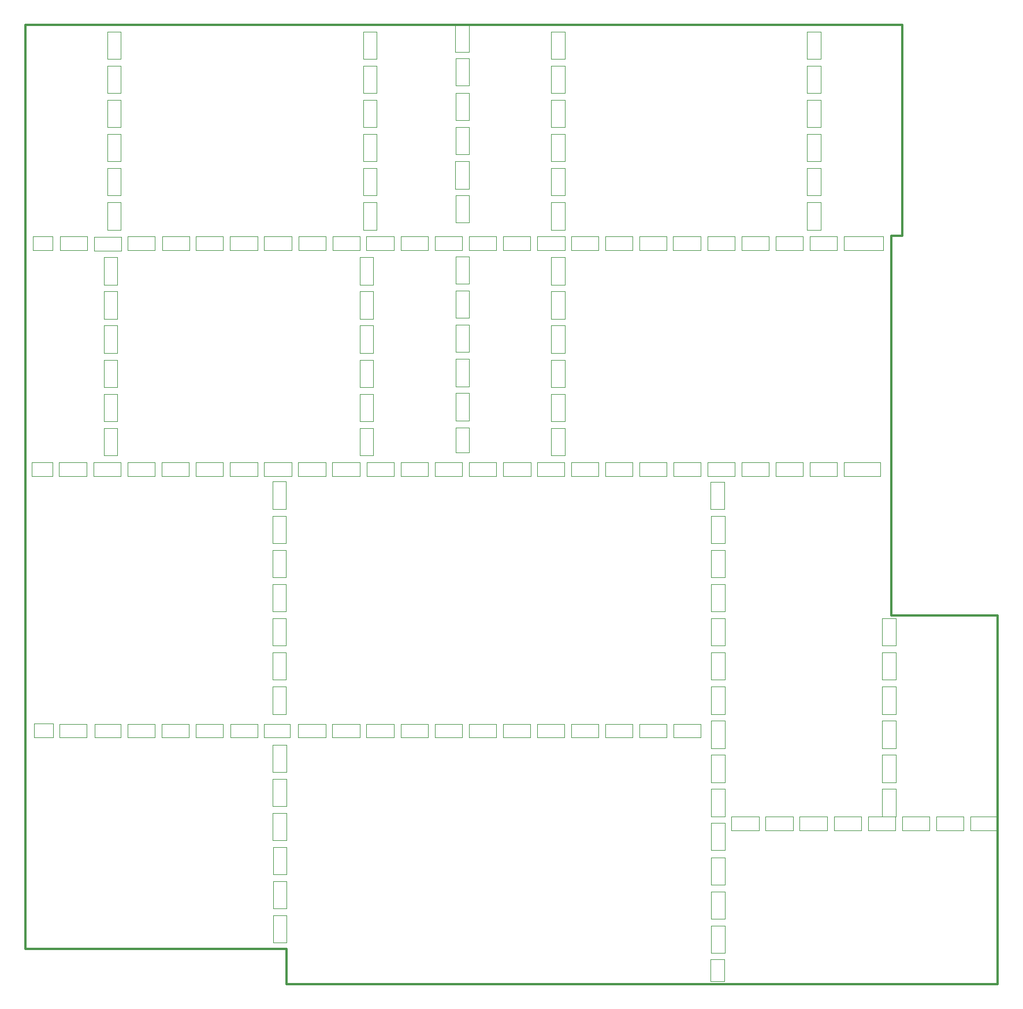
<source format=gbr>
G04 DesignSpark PCB Gerber Version 9.0 Build 5115 *
G04 #@! TF.Part,Single*
%FSLAX35Y35*%
%MOIN*%
%ADD10C,0.00394*%
%ADD70C,0.01181*%
X0Y0D02*
D02*
D10*
X11543Y293504D02*
Y301378D01*
X23748*
Y293504*
X11543*
X12331Y423819D02*
Y431693D01*
X23748*
Y423819*
X12331*
X13118Y142913D02*
Y150787D01*
X23945*
Y142913*
X13118*
X27488Y293504D02*
Y301378D01*
X43236*
Y293504*
X27488*
X27685Y142717D02*
Y150591D01*
X43433*
Y142717*
X27685*
X27882Y423819D02*
Y431693D01*
X43630*
Y423819*
X27882*
X47370Y293504D02*
Y301378D01*
X63118*
Y293504*
X47370*
X47567Y423622D02*
Y431496D01*
X63315*
Y423622*
X47567*
X48157Y142717D02*
Y150591D01*
X63118*
Y142717*
X48157*
X53276Y321260D02*
X61150D01*
Y305512*
X53276*
Y321260*
Y340945D02*
X61150D01*
Y325197*
X53276*
Y340945*
Y360630D02*
X61150D01*
Y344882*
X53276*
Y360630*
Y380315D02*
X61150D01*
Y364567*
X53276*
Y380315*
Y400000D02*
X61150D01*
Y384252*
X53276*
Y400000*
Y419685D02*
X61150D01*
Y403937*
X53276*
Y419685*
X55244Y451378D02*
X63118D01*
Y435630*
X55244*
Y451378*
Y471063D02*
X63118D01*
Y455315*
X55244*
Y471063*
Y490748D02*
X63118D01*
Y475000*
X55244*
Y490748*
Y510433D02*
X63118D01*
Y494685*
X55244*
Y510433*
Y530118D02*
X63118D01*
Y514370*
X55244*
Y530118*
Y549803D02*
X63118D01*
Y534055*
X55244*
Y549803*
X66858Y142717D02*
Y150591D01*
X82606*
Y142717*
X66858*
X67055Y293504D02*
Y301378D01*
X82803*
Y293504*
X67055*
Y423819D02*
Y431693D01*
X82803*
Y423819*
X67055*
X86740Y142717D02*
Y150591D01*
X102488*
Y142717*
X86740*
Y293504D02*
Y301378D01*
X102488*
Y293504*
X86740*
X86937Y423819D02*
Y431693D01*
X102685*
Y423819*
X86937*
X106228Y293504D02*
Y301378D01*
X121976*
Y293504*
X106228*
X106425Y142717D02*
Y150591D01*
X122173*
Y142717*
X106425*
Y423819D02*
Y431693D01*
X122173*
Y423819*
X106425*
X126110Y293504D02*
Y301378D01*
X141858*
Y293504*
X126110*
Y423819D02*
Y431693D01*
X141858*
Y423819*
X126110*
X126307Y142717D02*
Y150591D01*
X142055*
Y142717*
X126307*
X145795D02*
Y150591D01*
X160756*
Y142717*
X145795*
Y293504D02*
Y301378D01*
X161543*
Y293504*
X145795*
Y423819D02*
Y431693D01*
X161543*
Y423819*
X145795*
X150520Y172047D02*
X158394D01*
Y156299*
X150520*
Y172047*
Y191732D02*
X158394D01*
Y175984*
X150520*
Y191732*
Y211417D02*
X158394D01*
Y195669*
X150520*
Y211417*
Y231102D02*
X158394D01*
Y215354*
X150520*
Y231102*
Y250787D02*
X158394D01*
Y235039*
X150520*
Y250787*
Y270472D02*
X158394D01*
Y254724*
X150520*
Y270472*
Y290354D02*
X158394D01*
Y274606*
X150520*
Y290354*
X150717Y99213D02*
X158591D01*
Y83465*
X150717*
Y99213*
Y118898D02*
X158591D01*
Y103150*
X150717*
Y118898*
Y138583D02*
X158591D01*
Y122835*
X150717*
Y138583*
X150913Y40157D02*
X158787D01*
Y24409*
X150913*
Y40157*
Y59843D02*
X158787D01*
Y44094*
X150913*
Y59843*
Y79528D02*
X158787D01*
Y63780*
X150913*
Y79528*
X165480Y142717D02*
Y150591D01*
X181228*
Y142717*
X165480*
Y293504D02*
Y301378D01*
X181228*
Y293504*
X165480*
X165677Y423819D02*
Y431693D01*
X181425*
Y423819*
X165677*
X185165Y142717D02*
Y150591D01*
X200913*
Y142717*
X185165*
Y293504D02*
Y301378D01*
X200913*
Y293504*
X185165*
X185362Y423819D02*
Y431693D01*
X201110*
Y423819*
X185362*
X204850Y142717D02*
Y150591D01*
X220598*
Y142717*
X204850*
Y423819D02*
Y431693D01*
X220598*
Y423819*
X204850*
X205047Y293504D02*
Y301378D01*
X220795*
Y293504*
X205047*
X208787Y305512D02*
X200913D01*
Y321260*
X208787*
Y305512*
Y325197D02*
X200913D01*
Y340945*
X208787*
Y325197*
Y344882D02*
X200913D01*
Y360630*
X208787*
Y344882*
Y364567D02*
X200913D01*
Y380315*
X208787*
Y364567*
Y384252D02*
X200913D01*
Y400000*
X208787*
Y384252*
Y403937D02*
X200913D01*
Y419685*
X208787*
Y403937*
X210756Y435630D02*
X202882D01*
Y451378*
X210756*
Y435630*
Y455315D02*
X202882D01*
Y471063*
X210756*
Y455315*
Y475000D02*
X202882D01*
Y490748*
X210756*
Y475000*
Y494685D02*
X202882D01*
Y510433*
X210756*
Y494685*
Y514370D02*
X202882D01*
Y530118*
X210756*
Y514370*
Y534055D02*
X202882D01*
Y549803*
X210756*
Y534055*
X224535Y142717D02*
Y150591D01*
X240283*
Y142717*
X224535*
Y293504D02*
Y301378D01*
X240283*
Y293504*
X224535*
Y423819D02*
Y431693D01*
X240283*
Y423819*
X224535*
X244220Y142717D02*
Y150591D01*
X259969*
Y142717*
X244220*
Y293504D02*
Y301378D01*
X259969*
Y293504*
X244220*
Y423819D02*
Y431693D01*
X259969*
Y423819*
X244220*
X256031Y475000D02*
X263906D01*
Y459252*
X256031*
Y475000*
Y553740D02*
X263906D01*
Y537992*
X256031*
Y553740*
X256228Y321457D02*
X264102D01*
Y307087*
X256228*
Y321457*
Y341339D02*
X264102D01*
Y325591*
X256228*
Y341339*
Y361024D02*
X264102D01*
Y345276*
X256228*
Y361024*
Y380906D02*
X264102D01*
Y365157*
X256228*
Y380906*
Y400591D02*
X264102D01*
Y384843*
X256228*
Y400591*
Y420079D02*
X264102D01*
Y404331*
X256228*
Y420079*
Y455512D02*
X264102D01*
Y439764*
X256228*
Y455512*
Y494882D02*
X264102D01*
Y479134*
X256228*
Y494882*
Y514567D02*
X264102D01*
Y498819*
X256228*
Y514567*
Y534449D02*
X264102D01*
Y518701*
X256228*
Y534449*
X263906Y142717D02*
Y150591D01*
X279654*
Y142717*
X263906*
X264102Y293504D02*
Y301378D01*
X279850*
Y293504*
X264102*
Y423819D02*
Y431693D01*
X279850*
Y423819*
X264102*
X283591Y142717D02*
Y150591D01*
X299339*
Y142717*
X283591*
Y423819D02*
Y431693D01*
X299339*
Y423819*
X283591*
X283787Y293504D02*
Y301378D01*
X299535*
Y293504*
X283787*
X303276Y142717D02*
Y150591D01*
X319024*
Y142717*
X303276*
Y293504D02*
Y301378D01*
X319024*
Y293504*
X303276*
X303472Y423819D02*
Y431693D01*
X319220*
Y423819*
X303472*
X311346Y321260D02*
X319220D01*
Y305512*
X311346*
Y321260*
Y340945D02*
X319220D01*
Y325197*
X311346*
Y340945*
Y360630D02*
X319220D01*
Y344882*
X311346*
Y360630*
Y380315D02*
X319220D01*
Y364567*
X311346*
Y380315*
Y400000D02*
X319220D01*
Y384252*
X311346*
Y400000*
Y419685D02*
X319220D01*
Y403937*
X311346*
Y419685*
Y451378D02*
X319220D01*
Y435630*
X311346*
Y451378*
Y471063D02*
X319220D01*
Y455315*
X311346*
Y471063*
Y490748D02*
X319220D01*
Y475000*
X311346*
Y490748*
Y510433D02*
X319220D01*
Y494685*
X311346*
Y510433*
Y530118D02*
X319220D01*
Y514370*
X311346*
Y530118*
Y549803D02*
X319220D01*
Y534055*
X311346*
Y549803*
X322961Y142717D02*
Y150591D01*
X338709*
Y142717*
X322961*
Y293504D02*
Y301378D01*
X338709*
Y293504*
X322961*
Y423819D02*
Y431693D01*
X338709*
Y423819*
X322961*
X342646Y142717D02*
Y150591D01*
X358394*
Y142717*
X342646*
Y293504D02*
Y301378D01*
X358394*
Y293504*
X342646*
Y423819D02*
Y431693D01*
X358394*
Y423819*
X342646*
X362331Y142717D02*
Y150591D01*
X378079*
Y142717*
X362331*
Y293504D02*
Y301378D01*
X378079*
Y293504*
X362331*
Y423819D02*
Y431693D01*
X378079*
Y423819*
X362331*
X381819D02*
Y431693D01*
X397567*
Y423819*
X381819*
X382016Y142717D02*
Y150591D01*
X397764*
Y142717*
X382016*
Y293504D02*
Y301378D01*
X397764*
Y293504*
X382016*
X401701D02*
Y301378D01*
X417449*
Y293504*
X401701*
Y423819D02*
Y431693D01*
X417449*
Y423819*
X401701*
X403472Y14764D02*
X411346D01*
Y2165*
X403472*
Y14764*
Y290157D02*
X411346D01*
Y274409*
X403472*
Y290157*
X403669Y34252D02*
X411543D01*
Y18504*
X403669*
Y34252*
Y53937D02*
X411543D01*
Y38189*
X403669*
Y53937*
Y73622D02*
X411543D01*
Y57874*
X403669*
Y73622*
Y93504D02*
X411543D01*
Y77756*
X403669*
Y93504*
Y112992D02*
X411543D01*
Y97244*
X403669*
Y112992*
Y132677D02*
X411543D01*
Y116929*
X403669*
Y132677*
Y152362D02*
X411543D01*
Y136614*
X403669*
Y152362*
Y172047D02*
X411543D01*
Y156299*
X403669*
Y172047*
Y191929D02*
X411543D01*
Y176181*
X403669*
Y191929*
Y211417D02*
X411543D01*
Y195669*
X403669*
Y211417*
Y231102D02*
X411543D01*
Y215354*
X403669*
Y231102*
Y250787D02*
X411543D01*
Y235039*
X403669*
Y250787*
Y270472D02*
X411543D01*
Y254724*
X403669*
Y270472*
X415480Y89173D02*
Y97047D01*
X431228*
Y89173*
X415480*
X421189Y423819D02*
Y431693D01*
X436937*
Y423819*
X421189*
X421386Y293504D02*
Y301378D01*
X437134*
Y293504*
X421386*
X435165Y89173D02*
Y97047D01*
X450913*
Y89173*
X435165*
X441071Y293504D02*
Y301378D01*
X456819*
Y293504*
X441071*
Y423819D02*
Y431693D01*
X456819*
Y423819*
X441071*
X454850Y89173D02*
Y97047D01*
X470598*
Y89173*
X454850*
X460559Y423819D02*
Y431693D01*
X476307*
Y423819*
X460559*
X460756Y293504D02*
Y301378D01*
X476504*
Y293504*
X460756*
X466858Y435630D02*
X458984D01*
Y451378*
X466858*
Y435630*
Y455315D02*
X458984D01*
Y471063*
X466858*
Y455315*
Y475000D02*
X458984D01*
Y490748*
X466858*
Y475000*
Y494685D02*
X458984D01*
Y510433*
X466858*
Y494685*
Y514370D02*
X458984D01*
Y530118*
X466858*
Y514370*
Y534055D02*
X458984D01*
Y549803*
X466858*
Y534055*
X474535Y89173D02*
Y97047D01*
X490283*
Y89173*
X474535*
X480441Y293504D02*
Y301378D01*
X501307*
Y293504*
X480441*
Y423819D02*
Y431693D01*
X502882*
Y423819*
X480441*
X494220Y89173D02*
Y97047D01*
X509969*
Y89173*
X494220*
X502488Y112992D02*
X510362D01*
Y97244*
X502488*
Y112992*
Y132677D02*
X510362D01*
Y116929*
X502488*
Y132677*
Y152362D02*
X510362D01*
Y136614*
X502488*
Y152362*
Y172047D02*
X510362D01*
Y156299*
X502488*
Y172047*
Y191732D02*
X510362D01*
Y175984*
X502488*
Y191732*
Y211417D02*
X510362D01*
Y195669*
X502488*
Y211417*
X513906Y89173D02*
Y97047D01*
X529654*
Y89173*
X513906*
X533591D02*
Y97047D01*
X549339*
Y89173*
X533591*
X553276D02*
Y97047D01*
X569024*
Y89173*
X553276*
D02*
D70*
X513906Y553740D02*
X8000D01*
Y20669*
X158787*
Y591*
X569024*
Y213189*
X507606*
Y432087*
X513906*
Y553740*
X0Y0D02*
M02*

</source>
